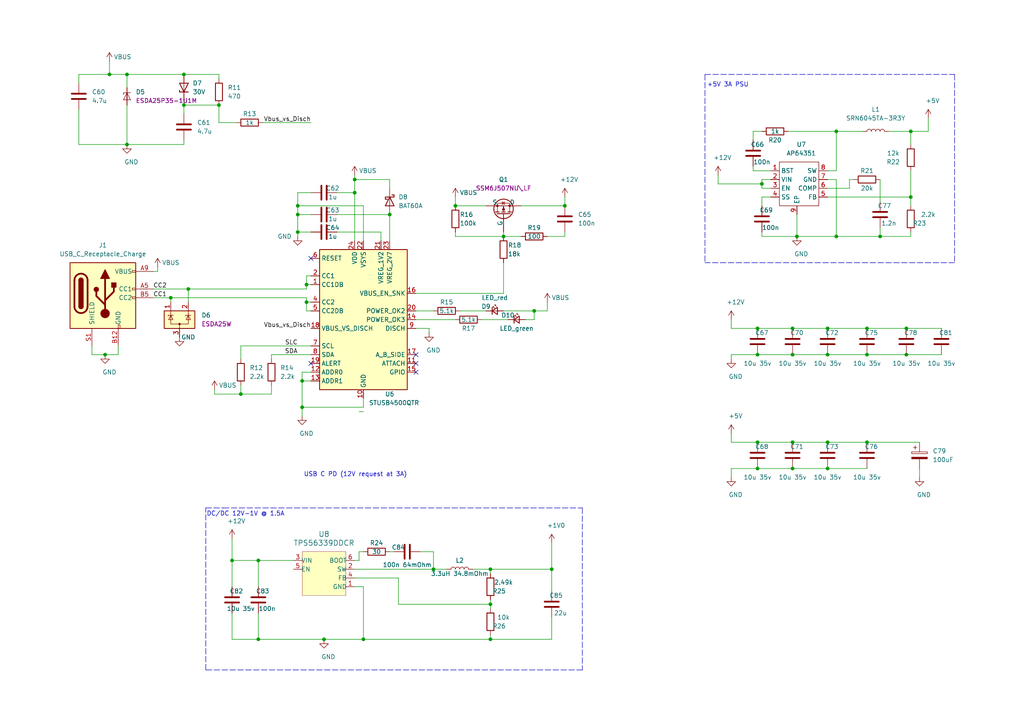
<source format=kicad_sch>
(kicad_sch (version 20211123) (generator eeschema)
  (paper "A4")
  (lib_symbols
    (symbol "CM4_NAS:AP64351"
      (property "Reference" "U" (at 0 8.89 0))
      (property "Value" "AP64351" (at 1.27 6.35 0))
      (symbol "AP64351_0_1"
        (rectangle (start -5.08 5.08) (end 6.35 -7.62))
      )
      (symbol "AP64351_1_1"
        (pin passive line (at -7.62 2.54 0) (length 2.54) (name "BST") (number "1"))
        (pin power_in line (at -7.62 0 0) (length 2.54) (name "VIN") (number "2"))
        (pin input line (at -7.62 -2.54 0) (length 2.54) (name "EN") (number "3"))
        (pin input line (at -7.62 -5.08 0) (length 2.54) (name "SS") (number "4"))
        (pin input line (at 8.89 -5.08 180) (length 2.54) (name "FB") (number "5"))
        (pin input line (at 8.89 -2.54 180) (length 2.54) (name "COMP") (number "6"))
        (pin power_in line (at 8.89 0 180) (length 2.54) (name "GND") (number "7"))
        (pin output line (at 8.89 2.54 180) (length 2.54) (name "SW") (number "8"))
        (pin passive line (at 0 -10.16 90) (length 2.54) (name "EP") (number "9"))
      )
    )
    (symbol "CM4_NAS:ESDA25P35" (pin_numbers hide) (pin_names hide)
      (property "Reference" "D" (at 0 2.54 0))
      (property "MPN" "ESDA25P35" (at 0 -2.54 0))
      (symbol "ESDA25P35_0_1"
        (polyline (pts (xy -1.016 0) (xy 1.016 0)))
        (polyline (pts (xy -1.016 1.016) (xy -1.016 -1.016) (xy -0.508 -1.016)))
        (polyline (pts (xy 1.016 1.016) (xy -1.016 0) (xy 1.016 -1.016) (xy 1.016 1.016)))
      )
      (symbol "ESDA25P35_1_1"
        (pin passive line (at -2.54 0 0) (length 2.54) (name "K1") (number "1"))
        (pin passive line (at 2.54 0 180) (length 2.54) (name "A") (number "2"))
      )
    )
    (symbol "CM4_NAS:ESDA25W" (pin_names hide)
      (property "Reference" "D" (at 5.715 2.54 0))
      (property "MPN" "ESDA25W" (at 10.16 0 0))
      (symbol "ESDA25W_0_0"
        (pin passive line (at 0 -5.08 90) (length 2.54) (name "A") (number "3"))
      )
      (symbol "ESDA25W_0_1"
        (rectangle (start -4.445 2.54) (end 4.445 -2.54) (stroke (width 0.254)) (fill (type background)))
        (circle (center 0 -1.27) (radius 0.254) (fill (type outline)))
        (polyline (pts (xy -2.54 2.54) (xy -2.54 1.27)))
        (polyline (pts (xy 0 -1.27) (xy 0 -2.54)))
        (polyline (pts (xy 2.54 2.54) (xy 2.54 1.27)))
        (polyline (pts (xy -3.302 1.016) (xy -3.302 1.27) (xy -1.905 1.27) (xy -1.778 1.27)))
        (polyline (pts (xy -2.54 1.27) (xy -2.54 -1.27) (xy 2.54 -1.27) (xy 2.54 1.27)))
        (polyline (pts (xy -2.54 1.27) (xy -1.905 0) (xy -3.175 0) (xy -2.54 1.27)))
        (polyline (pts (xy 1.778 1.016) (xy 1.778 1.27) (xy 3.175 1.27) (xy 3.302 1.27)))
        (polyline (pts (xy 2.54 1.27) (xy 1.905 0) (xy 3.175 0) (xy 2.54 1.27)))
      )
      (symbol "ESDA25W_1_1"
        (pin passive line (at -2.54 5.08 270) (length 2.54) (name "K") (number "1"))
        (pin passive line (at 2.54 5.08 270) (length 2.54) (name "K") (number "2"))
      )
    )
    (symbol "CM4_NAS:SSM6J507NU" (pin_numbers hide) (pin_names (offset 0))
      (property "Reference" "Q" (at 5.08 1.27 0))
      (property "MPN" "SSM6J507NU" (at 11.43 -1.27 0))
      (symbol "SSM6J507NU_0_0"
        (pin passive line (at 2.54 5.08 270) (length 5.08) hide (name "D") (number "1"))
        (pin passive line (at 2.54 5.08 270) (length 5.08) hide (name "D") (number "2"))
        (pin passive line (at 2.54 5.08 270) (length 5.08) hide (name "D") (number "6"))
        (pin passive line (at 2.54 5.08 270) (length 5.08) (name "D") (number "D"))
        (pin passive line (at 2.54 -5.08 90) (length 5.08) (name "S") (number "S"))
      )
      (symbol "SSM6J507NU_0_1"
        (polyline (pts (xy 0.0508 0) (xy 0.254 0)))
        (polyline (pts (xy 0.762 -1.778) (xy 2.54 -1.778)))
        (polyline (pts (xy 0.762 -1.27) (xy 0.762 -2.286)) (stroke (width 0.254)))
        (polyline (pts (xy 0.762 0) (xy 2.54 0)))
        (polyline (pts (xy 0.762 0.508) (xy 0.762 -0.508)) (stroke (width 0.254)))
        (polyline (pts (xy 0.762 1.778) (xy 2.54 1.778)))
        (polyline (pts (xy 0.762 2.286) (xy 0.762 1.27)) (stroke (width 0.254)))
        (polyline (pts (xy 2.54 -1.778) (xy 2.54 -2.54)))
        (polyline (pts (xy 2.54 -1.778) (xy 2.54 0)))
        (polyline (pts (xy 2.54 2.54) (xy 2.54 1.778)))
        (polyline (pts (xy 0.254 1.905) (xy 0.254 -1.905) (xy 0.254 -1.905)) (stroke (width 0.254)))
        (polyline (pts (xy 2.286 0) (xy 1.27 -0.381) (xy 1.27 0.381) (xy 2.286 0)) (fill (type outline)))
        (polyline (pts (xy 2.54 -1.778) (xy 3.302 -1.778) (xy 3.302 1.778) (xy 2.54 1.778)))
        (polyline (pts (xy 2.794 -0.508) (xy 2.921 -0.381) (xy 3.683 -0.381) (xy 3.81 -0.254)))
        (polyline (pts (xy 3.302 -0.381) (xy 2.921 0.254) (xy 3.683 0.254) (xy 3.302 -0.381)))
        (circle (center 1.651 0) (radius 2.8194) (stroke (width 0.254)))
        (circle (center 2.54 -1.778) (radius 0.2794) (fill (type outline)))
        (circle (center 2.54 1.778) (radius 0.2794) (fill (type outline)))
      )
      (symbol "SSM6J507NU_1_1"
        (pin input line (at -5.08 0 0) (length 5.08) (name "G") (number "3"))
        (pin passive line (at 2.54 -5.08 90) (length 2.54) hide (name "S") (number "4"))
        (pin passive line (at 2.54 5.08 270) (length 2.54) hide (name "D") (number "5"))
      )
    )
    (symbol "CM4_NAS:TPS56339DDCR" (pin_names (offset -0.254))
      (property "Reference" "U" (at -1.27 10.16 0))
      (property "Value" "TPS56339DDCR" (at 0 7.62 0))
      (symbol "TPS56339DDCR_1_1"
        (rectangle (start -6.35 6.35) (end 6.35 -6.35) (stroke (width 0.001)) (fill (type background)))
        (pin power_in line (at 8.89 -3.81 180) (length 2.54) (name "GND") (number "1"))
        (pin power_in line (at 8.89 1.27 180) (length 2.54) (name "SW") (number "2"))
        (pin power_in line (at -8.89 3.81 0) (length 2.54) (name "VIN") (number "3"))
        (pin input line (at 8.89 -1.27 180) (length 2.54) (name "FB") (number "4"))
        (pin input line (at -8.89 1.27 0) (length 2.54) (name "EN") (number "5"))
        (pin power_in line (at 8.89 3.81 180) (length 2.54) (name "BOOT") (number "6"))
      )
    )
    (symbol "CM4_NAS:USB_C_Receptacle_Charge" (pin_names (offset 1.016))
      (property "Reference" "J?" (at -0.3175 13.97 0))
      (property "Value" "USB_C_Receptacle_Charge" (at -0.3175 11.43 0))
      (symbol "USB_C_Receptacle_Charge_0_0"
        (rectangle (start 3.81 -10.16) (end 4.318 -9.144))
        (rectangle (start 8.89 -1.016) (end 7.874 -1.524))
        (rectangle (start 8.89 1.524) (end 7.874 1.016))
        (rectangle (start 8.89 6.604) (end 7.874 6.096))
      )
      (symbol "USB_C_Receptacle_Charge_0_1"
        (rectangle (start -10.16 8.89) (end 8.89 -10.16) (stroke (width 0.254)) (fill (type background)))
        (arc (start -8.89 -3.81) (mid -6.985 -5.715) (end -5.08 -3.81) (stroke (width 0.508)))
        (arc (start -7.62 -3.81) (mid -6.985 -4.445) (end -6.35 -3.81) (stroke (width 0.254)))
        (arc (start -7.62 -3.81) (mid -6.985 -4.445) (end -6.35 -3.81) (stroke (width 0.254)) (fill (type outline)))
        (rectangle (start -7.62 -3.81) (end -6.35 3.81) (stroke (width 0.254)) (fill (type outline)))
        (arc (start -6.35 3.81) (mid -6.985 4.445) (end -7.62 3.81) (stroke (width 0.254)))
        (arc (start -6.35 3.81) (mid -6.985 4.445) (end -7.62 3.81) (stroke (width 0.254)) (fill (type outline)))
        (arc (start -5.08 3.81) (mid -6.985 5.715) (end -8.89 3.81) (stroke (width 0.508)))
        (circle (center -2.54 1.143) (radius 0.635) (stroke (width 0.254)) (fill (type outline)))
        (circle (center 0 -5.842) (radius 1.27) (fill (type outline)))
        (polyline (pts (xy -8.89 -3.81) (xy -8.89 3.81)) (stroke (width 0.508)))
        (polyline (pts (xy -5.08 3.81) (xy -5.08 -3.81)) (stroke (width 0.508)))
        (polyline (pts (xy 0 -5.842) (xy 0 4.318)) (stroke (width 0.508)))
        (polyline (pts (xy 0 -3.302) (xy -2.54 -0.762) (xy -2.54 0.508)) (stroke (width 0.508)))
        (polyline (pts (xy 0 -2.032) (xy 2.54 0.508) (xy 2.54 1.778)) (stroke (width 0.508)))
        (polyline (pts (xy -1.27 4.318) (xy 0 6.858) (xy 1.27 4.318) (xy -1.27 4.318)) (stroke (width 0.254)) (fill (type outline)))
        (rectangle (start 1.905 1.778) (end 3.175 3.048) (stroke (width 0.254)) (fill (type outline)))
      )
      (symbol "USB_C_Receptacle_Charge_1_1"
        (pin passive line (at 3.81 -15.24 90) (length 5.08) hide (name "GND") (number "A12"))
        (pin bidirectional line (at 13.97 1.27 180) (length 5.08) (name "CC1") (number "A5"))
        (pin passive line (at 13.97 6.35 180) (length 5.08) (name "VBUS") (number "A9"))
        (pin passive line (at 3.81 -15.24 90) (length 5.08) (name "GND") (number "B12"))
        (pin bidirectional line (at 13.97 -1.27 180) (length 5.08) (name "CC2") (number "B5"))
        (pin passive line (at 13.97 6.35 180) (length 5.08) hide (name "VBUS") (number "B9"))
        (pin passive line (at -3.81 -15.24 90) (length 5.08) (name "SHIELD") (number "S1"))
        (pin passive line (at -3.81 -15.24 90) (length 5.08) hide (name "SHIELD") (number "S2"))
        (pin passive line (at -3.81 -15.24 90) (length 5.08) hide (name "SHIELD") (number "S3"))
        (pin passive line (at -3.81 -15.24 90) (length 5.08) hide (name "SHIELD") (number "S4"))
      )
    )
    (symbol "Device:C" (pin_numbers hide) (pin_names (offset 0.254))
      (property "Reference" "C" (at 0.635 2.54 0))
      (property "Value" "C" (at 0.635 -2.54 0))
      (symbol "C_0_1"
        (polyline (pts (xy -2.032 -0.762) (xy 2.032 -0.762)) (stroke (width 0.508)))
        (polyline (pts (xy -2.032 0.762) (xy 2.032 0.762)) (stroke (width 0.508)))
      )
      (symbol "C_1_1"
        (pin passive line (at 0 3.81 270) (length 2.794) (name "~") (number "1"))
        (pin passive line (at 0 -3.81 90) (length 2.794) (name "~") (number "2"))
      )
    )
    (symbol "Device:C_Polarized" (pin_numbers hide) (pin_names (offset 0.254))
      (property "Reference" "C" (at 0.635 2.54 0))
      (property "Value" "C_Polarized" (at 0.635 -2.54 0))
      (symbol "C_Polarized_0_1"
        (rectangle (start -2.286 0.508) (end 2.286 1.016))
        (polyline (pts (xy -1.778 2.286) (xy -0.762 2.286)))
        (polyline (pts (xy -1.27 2.794) (xy -1.27 1.778)))
        (rectangle (start 2.286 -0.508) (end -2.286 -1.016) (fill (type outline)))
      )
      (symbol "C_Polarized_1_1"
        (pin passive line (at 0 3.81 270) (length 2.794) (name "~") (number "1"))
        (pin passive line (at 0 -3.81 90) (length 2.794) (name "~") (number "2"))
      )
    )
    (symbol "Device:D_Zener" (pin_numbers hide) (pin_names (offset 1.016) hide)
      (property "Reference" "D" (at 0 2.54 0))
      (property "Value" "D_Zener" (at 0 -2.54 0))
      (symbol "D_Zener_0_1"
        (polyline (pts (xy 1.27 0) (xy -1.27 0)))
        (polyline (pts (xy -1.27 -1.27) (xy -1.27 1.27) (xy -0.762 1.27)) (stroke (width 0.254)))
        (polyline (pts (xy 1.27 -1.27) (xy 1.27 1.27) (xy -1.27 0) (xy 1.27 -1.27)) (stroke (width 0.254)))
      )
      (symbol "D_Zener_1_1"
        (pin passive line (at -3.81 0 0) (length 2.54) (name "K") (number "1"))
        (pin passive line (at 3.81 0 180) (length 2.54) (name "A") (number "2"))
      )
    )
    (symbol "Device:L" (pin_numbers hide) (pin_names (offset 1.016) hide)
      (property "Reference" "L" (at -1.27 0 90))
      (property "Value" "L" (at 1.905 0 90))
      (symbol "L_0_1"
        (arc (start 0 -2.54) (mid 0.635 -1.905) (end 0 -1.27))
        (arc (start 0 -1.27) (mid 0.635 -0.635) (end 0 0))
        (arc (start 0 0) (mid 0.635 0.635) (end 0 1.27))
        (arc (start 0 1.27) (mid 0.635 1.905) (end 0 2.54))
      )
      (symbol "L_1_1"
        (pin passive line (at 0 3.81 270) (length 1.27) (name "1") (number "1"))
        (pin passive line (at 0 -3.81 90) (length 1.27) (name "2") (number "2"))
      )
    )
    (symbol "Device:LED_Small" (pin_numbers hide) (pin_names (offset 0.254) hide)
      (property "Reference" "D" (at -1.27 3.175 0))
      (property "Value" "LED_Small" (at -4.445 -2.54 0))
      (symbol "LED_Small_0_1"
        (polyline (pts (xy -0.762 -1.016) (xy -0.762 1.016)) (stroke (width 0.254)))
        (polyline (pts (xy 1.016 0) (xy -0.762 0)))
        (polyline (pts (xy 0.762 -1.016) (xy -0.762 0) (xy 0.762 1.016) (xy 0.762 -1.016)) (stroke (width 0.254)))
        (polyline (pts (xy 0 0.762) (xy -0.508 1.27) (xy -0.254 1.27) (xy -0.508 1.27) (xy -0.508 1.016)))
        (polyline (pts (xy 0.508 1.27) (xy 0 1.778) (xy 0.254 1.778) (xy 0 1.778) (xy 0 1.524)))
      )
      (symbol "LED_Small_1_1"
        (pin passive line (at -2.54 0 0) (length 1.778) (name "K") (number "1"))
        (pin passive line (at 2.54 0 180) (length 1.778) (name "A") (number "2"))
      )
    )
    (symbol "Device:R" (pin_numbers hide) (pin_names (offset 0))
      (property "Reference" "R" (at 2.032 0 90))
      (property "Value" "R" (at 0 0 90))
      (symbol "R_0_1"
        (rectangle (start -1.016 -2.54) (end 1.016 2.54) (stroke (width 0.254)))
      )
      (symbol "R_1_1"
        (pin passive line (at 0 3.81 270) (length 1.27) (name "~") (number "1"))
        (pin passive line (at 0 -3.81 90) (length 1.27) (name "~") (number "2"))
      )
    )
    (symbol "Diode:BAT60A" (pin_numbers hide) (pin_names (offset 1.016) hide)
      (property "Reference" "D" (at 0 2.54 0))
      (property "Value" "BAT60A" (at 0 -2.54 0))
      (symbol "BAT60A_0_1"
        (polyline (pts (xy 1.27 0) (xy -1.27 0)))
        (polyline (pts (xy 1.27 1.27) (xy 1.27 -1.27) (xy -1.27 0) (xy 1.27 1.27)) (stroke (width 0.254)))
        (polyline (pts (xy -1.905 0.635) (xy -1.905 1.27) (xy -1.27 1.27) (xy -1.27 -1.27) (xy -0.635 -1.27) (xy -0.635 -0.635)) (stroke (width 0.254)))
      )
      (symbol "BAT60A_1_1"
        (pin passive line (at -3.81 0 0) (length 2.54) (name "K") (number "1"))
        (pin passive line (at 3.81 0 180) (length 2.54) (name "A") (number "2"))
      )
    )
    (symbol "Interface_USB:STUSB4500QTR"
      (property "Reference" "U" (at -12.7 21.59 0))
      (property "Value" "STUSB4500QTR" (at 8.89 -21.59 0))
      (symbol "STUSB4500QTR_0_1"
        (rectangle (start -12.7 20.32) (end 12.7 -20.32) (stroke (width 0.254)) (fill (type background)))
      )
      (symbol "STUSB4500QTR_1_1"
        (pin bidirectional line (at -15.24 10.16 0) (length 2.54) (name "CC1DB") (number "1"))
        (pin power_in line (at 0 -22.86 90) (length 2.54) (name "GND") (number "10"))
        (pin open_collector line (at 15.24 -12.7 180) (length 2.54) (name "ATTACH") (number "11"))
        (pin input line (at -15.24 -15.24 0) (length 2.54) (name "ADDR0") (number "12"))
        (pin input line (at -15.24 -17.78 0) (length 2.54) (name "ADDR1") (number "13"))
        (pin open_collector line (at 15.24 0 180) (length 2.54) (name "POWER_OK3") (number "14"))
        (pin open_collector line (at 15.24 -15.24 180) (length 2.54) (name "GPIO") (number "15"))
        (pin open_collector line (at 15.24 7.62 180) (length 2.54) (name "VBUS_EN_SNK") (number "16"))
        (pin open_collector line (at 15.24 -10.16 180) (length 2.54) (name "A_B_SIDE") (number "17"))
        (pin input line (at -15.24 -2.54 0) (length 2.54) (name "VBUS_VS_DISCH") (number "18"))
        (pin open_collector line (at -15.24 -12.7 0) (length 2.54) (name "ALERT") (number "19"))
        (pin bidirectional line (at -15.24 12.7 0) (length 2.54) (name "CC1") (number "2"))
        (pin open_collector line (at 15.24 2.54 180) (length 2.54) (name "POWER_OK2") (number "20"))
        (pin power_out line (at 5.08 22.86 270) (length 2.54) (name "VREG_1V2") (number "21"))
        (pin power_in line (at 0 22.86 270) (length 2.54) (name "VSYS") (number "22"))
        (pin power_out line (at 7.62 22.86 270) (length 2.54) (name "VREG_2V7") (number "23"))
        (pin power_in line (at -2.54 22.86 270) (length 2.54) (name "VDD") (number "24"))
        (pin passive line (at 0 -22.86 90) (length 2.54) hide (name "GND") (number "25"))
        (pin no_connect line (at -12.7 15.24 0) (length 2.54) hide (name "NC") (number "3"))
        (pin bidirectional line (at -15.24 5.08 0) (length 2.54) (name "CC2") (number "4"))
        (pin bidirectional line (at -15.24 2.54 0) (length 2.54) (name "CC2DB") (number "5"))
        (pin input line (at -15.24 17.78 0) (length 2.54) (name "RESET") (number "6"))
        (pin input line (at -15.24 -7.62 0) (length 2.54) (name "SCL") (number "7"))
        (pin bidirectional line (at -15.24 -10.16 0) (length 2.54) (name "SDA") (number "8"))
        (pin bidirectional line (at 15.24 -2.54 180) (length 2.54) (name "DISCH") (number "9"))
      )
    )
    (symbol "power:+12V" (power) (pin_names (offset 0))
      (property "Value" "+12V" (at 0 3.556 0))
      (symbol "+12V_0_1"
        (polyline (pts (xy -0.762 1.27) (xy 0 2.54)))
        (polyline (pts (xy 0 0) (xy 0 2.54)))
        (polyline (pts (xy 0 2.54) (xy 0.762 1.27)))
      )
      (symbol "+12V_1_1"
        (pin power_in line (at 0 0 90) (length 0) hide (name "+12V") (number "1"))
      )
    )
    (symbol "power:+1V0" (power) (pin_names (offset 0))
      (property "Value" "+1V0" (at 0 3.556 0))
      (symbol "+1V0_0_1"
        (polyline (pts (xy -0.762 1.27) (xy 0 2.54)))
        (polyline (pts (xy 0 0) (xy 0 2.54)))
        (polyline (pts (xy 0 2.54) (xy 0.762 1.27)))
      )
      (symbol "+1V0_1_1"
        (pin power_in line (at 0 0 90) (length 0) hide (name "+1V0") (number "1"))
      )
    )
    (symbol "power:+5V" (power) (pin_names (offset 0))
      (property "Value" "+5V" (at 0 3.556 0))
      (symbol "+5V_0_1"
        (polyline (pts (xy -0.762 1.27) (xy 0 2.54)))
        (polyline (pts (xy 0 0) (xy 0 2.54)))
        (polyline (pts (xy 0 2.54) (xy 0.762 1.27)))
      )
      (symbol "+5V_1_1"
        (pin power_in line (at 0 0 90) (length 0) hide (name "+5V") (number "1"))
      )
    )
    (symbol "power:GND" (power) (pin_names (offset 0))
      (property "Value" "GND" (at 0 -3.81 0))
      (symbol "GND_0_1"
        (polyline (pts (xy 0 0) (xy 0 -1.27) (xy 1.27 -1.27) (xy 0 -2.54) (xy -1.27 -1.27) (xy 0 -1.27)))
      )
      (symbol "GND_1_1"
        (pin power_in line (at 0 0 270) (length 0) hide (name "GND") (number "1"))
      )
    )
    (symbol "power:VBUS" (power) (pin_names (offset 0))
      (property "Value" "VBUS" (at 0 3.81 0))
      (symbol "VBUS_0_1"
        (polyline (pts (xy -0.762 1.27) (xy 0 2.54)))
        (polyline (pts (xy 0 0) (xy 0 2.54)))
        (polyline (pts (xy 0 2.54) (xy 0.762 1.27)))
      )
      (symbol "VBUS_1_1"
        (pin power_in line (at 0 0 90) (length 0) hide (name "VBUS") (number "1"))
      )
    )
  )
  (junction (at 242.57 38.1) (diameter 0.9144))
  (junction (at 142.24 175.26) (diameter 0.9144))
  (junction (at 69.85 114.3) (diameter 0.9144))
  (junction (at 88.9 82.55) (diameter 0.9144))
  (junction (at 102.87 55.88) (diameter 0.9144))
  (junction (at 142.24 165.1) (diameter 0.9144))
  (junction (at 105.41 185.42) (diameter 0.9144))
  (junction (at 264.16 57.15) (diameter 0.9144))
  (junction (at 146.05 68.58) (diameter 0.9144))
  (junction (at 125.73 165.1) (diameter 0.9144))
  (junction (at 219.71 95.25) (diameter 0.9144))
  (junction (at 86.36 62.23) (diameter 0.9144))
  (junction (at 74.93 162.56) (diameter 0.9144))
  (junction (at 86.36 67.31) (diameter 0.9144))
  (junction (at 142.24 185.42) (diameter 0.9144))
  (junction (at 240.03 95.25) (diameter 0.9144))
  (junction (at 30.48 102.87) (diameter 0.9144))
  (junction (at 53.34 21.59) (diameter 0.9144))
  (junction (at 113.03 62.23) (diameter 0.9144))
  (junction (at 31.75 21.59) (diameter 0.9144))
  (junction (at 240.03 135.89) (diameter 0.9144))
  (junction (at 251.46 102.87) (diameter 0.9144))
  (junction (at 229.87 95.25) (diameter 0.9144))
  (junction (at 102.87 52.07) (diameter 0.9144))
  (junction (at 74.93 185.42) (diameter 0.9144))
  (junction (at 251.46 128.27) (diameter 0.9144))
  (junction (at 163.83 59.69) (diameter 0.9144))
  (junction (at 49.53 86.36) (diameter 0.9144))
  (junction (at 154.94 90.17) (diameter 0.9144))
  (junction (at 251.46 95.25) (diameter 0.9144))
  (junction (at 229.87 128.27) (diameter 0.9144))
  (junction (at 86.36 59.69) (diameter 0.9144))
  (junction (at 262.89 95.25) (diameter 0.9144))
  (junction (at 220.98 53.34) (diameter 0.9144))
  (junction (at 87.63 118.11) (diameter 0.9144))
  (junction (at 36.83 41.91) (diameter 0.9144))
  (junction (at 240.03 128.27) (diameter 0.9144))
  (junction (at 264.16 38.1) (diameter 0.9144))
  (junction (at 219.71 135.89) (diameter 0.9144))
  (junction (at 87.63 110.49) (diameter 0.9144))
  (junction (at 219.71 128.27) (diameter 0.9144))
  (junction (at 219.71 102.87) (diameter 0.9144))
  (junction (at 93.98 185.42) (diameter 0.9144))
  (junction (at 255.27 68.58) (diameter 0.9144))
  (junction (at 242.57 68.58) (diameter 0.9144))
  (junction (at 53.34 30.48) (diameter 0.9144))
  (junction (at 229.87 135.89) (diameter 0.9144))
  (junction (at 63.5 30.48) (diameter 0.9144))
  (junction (at 88.9 87.63) (diameter 0.9144))
  (junction (at 240.03 102.87) (diameter 0.9144))
  (junction (at 229.87 102.87) (diameter 0.9144))
  (junction (at 231.14 68.58) (diameter 0.9144))
  (junction (at 132.08 59.69) (diameter 0.9144))
  (junction (at 160.02 165.1) (diameter 0.9144))
  (junction (at 67.31 162.56) (diameter 0.9144))
  (junction (at 36.83 21.59) (diameter 0.9144))
  (junction (at 262.89 102.87) (diameter 0.9144))
  (junction (at 54.61 83.82) (diameter 0.9144))
  (no_connect (at 90.17 74.93))
  (no_connect (at 120.65 102.87))
  (no_connect (at 120.65 105.41))
  (no_connect (at 120.65 107.95))
  (no_connect (at 90.17 105.41))
  (wire (pts (xy 142.24 173.99) (xy 142.24 175.26)))
  (wire (pts (xy 142.24 175.26) (xy 142.24 176.53)))
  (wire (pts (xy 120.65 90.17) (xy 125.73 90.17)))
  (wire (pts (xy 139.7 92.71) (xy 147.32 92.71)))
  (wire (pts (xy 242.57 68.58) (xy 231.14 68.58)))
  (wire (pts (xy 113.03 160.02) (xy 114.3 160.02)))
  (wire (pts (xy 229.87 128.27) (xy 240.03 128.27)))
  (wire (pts (xy 219.71 128.27) (xy 229.87 128.27)))
  (wire (pts (xy 87.63 110.49) (xy 87.63 107.95)))
  (wire (pts (xy 264.16 67.31) (xy 264.16 68.58)))
  (wire (pts (xy 26.67 102.87) (xy 30.48 102.87)))
  (wire (pts (xy 86.36 67.31) (xy 86.36 62.23)))
  (wire (pts (xy 63.5 35.56) (xy 63.5 30.48)))
  (wire (pts (xy 88.9 83.82) (xy 88.9 82.55)))
  (wire (pts (xy 44.45 78.74) (xy 45.72 78.74)))
  (wire (pts (xy 262.89 95.25) (xy 273.05 95.25)))
  (wire (pts (xy 78.74 114.3) (xy 69.85 114.3)))
  (wire (pts (xy 78.74 102.87) (xy 90.17 102.87)))
  (wire (pts (xy 212.09 95.25) (xy 219.71 95.25)))
  (wire (pts (xy 104.14 119.38) (xy 105.41 119.38)))
  (wire (pts (xy 88.9 90.17) (xy 88.9 87.63)))
  (wire (pts (xy 102.87 165.1) (xy 125.73 165.1)))
  (wire (pts (xy 125.73 165.1) (xy 129.54 165.1)))
  (wire (pts (xy 219.71 102.87) (xy 212.09 102.87)))
  (wire (pts (xy 242.57 68.58) (xy 255.27 68.58)))
  (wire (pts (xy 251.46 128.27) (xy 266.7 128.27)))
  (wire (pts (xy 133.35 90.17) (xy 140.97 90.17)))
  (wire (pts (xy 53.34 29.21) (xy 53.34 30.48)))
  (wire (pts (xy 49.53 86.36) (xy 88.9 86.36)))
  (wire (pts (xy 146.05 68.58) (xy 151.13 68.58)))
  (wire (pts (xy 63.5 21.59) (xy 63.5 22.86)))
  (wire (pts (xy 22.86 31.75) (xy 22.86 41.91)))
  (polyline (pts (xy 276.86 76.2) (xy 204.47 76.2)) (stroke (width 0) (type dash)))
  (wire (pts (xy 251.46 95.25) (xy 262.89 95.25)))
  (wire (pts (xy 102.87 55.88) (xy 102.87 69.85)))
  (wire (pts (xy 242.57 38.1) (xy 250.19 38.1)))
  (wire (pts (xy 22.86 24.13) (xy 22.86 21.59)))
  (wire (pts (xy 269.24 34.29) (xy 269.24 38.1)))
  (wire (pts (xy 240.03 135.89) (xy 251.46 135.89)))
  (wire (pts (xy 212.09 125.73) (xy 212.09 128.27)))
  (wire (pts (xy 219.71 135.89) (xy 212.09 135.89)))
  (wire (pts (xy 240.03 102.87) (xy 229.87 102.87)))
  (wire (pts (xy 88.9 86.36) (xy 88.9 87.63)))
  (wire (pts (xy 62.23 114.3) (xy 69.85 114.3)))
  (wire (pts (xy 163.83 68.58) (xy 163.83 67.31)))
  (wire (pts (xy 132.08 67.31) (xy 132.08 68.58)))
  (wire (pts (xy 102.87 52.07) (xy 102.87 55.88)))
  (wire (pts (xy 74.93 162.56) (xy 85.09 162.56)))
  (polyline (pts (xy 204.47 21.59) (xy 276.86 21.59)) (stroke (width 0) (type dash)))
  (wire (pts (xy 102.87 167.64) (xy 115.57 167.64)))
  (wire (pts (xy 115.57 167.64) (xy 115.57 175.26)))
  (wire (pts (xy 115.57 175.26) (xy 142.24 175.26)))
  (wire (pts (xy 110.49 67.31) (xy 97.79 67.31)))
  (wire (pts (xy 120.65 85.09) (xy 146.05 85.09)))
  (wire (pts (xy 36.83 30.48) (xy 36.83 41.91)))
  (wire (pts (xy 121.92 160.02) (xy 125.73 160.02)))
  (wire (pts (xy 125.73 160.02) (xy 125.73 165.1)))
  (wire (pts (xy 218.44 40.64) (xy 218.44 38.1)))
  (wire (pts (xy 255.27 66.04) (xy 255.27 68.58)))
  (wire (pts (xy 240.03 95.25) (xy 251.46 95.25)))
  (polyline (pts (xy 204.47 21.59) (xy 204.47 76.2)) (stroke (width 0) (type dash)))
  (wire (pts (xy 30.48 102.87) (xy 34.29 102.87)))
  (wire (pts (xy 154.94 90.17) (xy 154.94 92.71)))
  (wire (pts (xy 87.63 118.11) (xy 105.41 118.11)))
  (wire (pts (xy 212.09 92.71) (xy 212.09 95.25)))
  (wire (pts (xy 273.05 102.87) (xy 262.89 102.87)))
  (wire (pts (xy 34.29 102.87) (xy 34.29 100.33)))
  (wire (pts (xy 88.9 80.01) (xy 88.9 82.55)))
  (wire (pts (xy 218.44 49.53) (xy 218.44 48.26)))
  (wire (pts (xy 67.31 177.8) (xy 67.31 185.42)))
  (wire (pts (xy 67.31 185.42) (xy 74.93 185.42)))
  (wire (pts (xy 74.93 185.42) (xy 93.98 185.42)))
  (wire (pts (xy 229.87 95.25) (xy 240.03 95.25)))
  (wire (pts (xy 86.36 59.69) (xy 105.41 59.69)))
  (wire (pts (xy 220.98 67.31) (xy 220.98 68.58)))
  (wire (pts (xy 208.28 53.34) (xy 220.98 53.34)))
  (wire (pts (xy 67.31 162.56) (xy 74.93 162.56)))
  (wire (pts (xy 67.31 170.18) (xy 67.31 162.56)))
  (wire (pts (xy 223.52 54.61) (xy 220.98 54.61)))
  (wire (pts (xy 53.34 40.64) (xy 53.34 41.91)))
  (wire (pts (xy 212.09 102.87) (xy 212.09 104.14)))
  (wire (pts (xy 220.98 52.07) (xy 223.52 52.07)))
  (wire (pts (xy 158.75 87.63) (xy 158.75 90.17)))
  (wire (pts (xy 69.85 114.3) (xy 69.85 111.76)))
  (wire (pts (xy 53.34 41.91) (xy 36.83 41.91)))
  (wire (pts (xy 142.24 165.1) (xy 160.02 165.1)))
  (wire (pts (xy 160.02 165.1) (xy 160.02 171.45)))
  (wire (pts (xy 154.94 92.71) (xy 152.4 92.71)))
  (wire (pts (xy 74.93 162.56) (xy 74.93 170.18)))
  (wire (pts (xy 158.75 68.58) (xy 163.83 68.58)))
  (wire (pts (xy 90.17 90.17) (xy 88.9 90.17)))
  (wire (pts (xy 229.87 102.87) (xy 219.71 102.87)))
  (wire (pts (xy 53.34 30.48) (xy 63.5 30.48)))
  (wire (pts (xy 44.45 86.36) (xy 49.53 86.36)))
  (wire (pts (xy 49.53 86.36) (xy 49.53 87.63)))
  (wire (pts (xy 240.03 57.15) (xy 264.16 57.15)))
  (wire (pts (xy 54.61 83.82) (xy 54.61 87.63)))
  (wire (pts (xy 212.09 135.89) (xy 212.09 138.43)))
  (wire (pts (xy 78.74 104.14) (xy 78.74 102.87)))
  (wire (pts (xy 132.08 68.58) (xy 146.05 68.58)))
  (wire (pts (xy 90.17 110.49) (xy 87.63 110.49)))
  (wire (pts (xy 229.87 135.89) (xy 240.03 135.89)))
  (wire (pts (xy 124.46 95.25) (xy 124.46 96.52)))
  (wire (pts (xy 68.58 35.56) (xy 63.5 35.56)))
  (wire (pts (xy 62.23 113.03) (xy 62.23 114.3)))
  (polyline (pts (xy 276.86 21.59) (xy 276.86 76.2)) (stroke (width 0) (type dash)))
  (wire (pts (xy 22.86 41.91) (xy 36.83 41.91)))
  (wire (pts (xy 120.65 95.25) (xy 124.46 95.25)))
  (wire (pts (xy 262.89 102.87) (xy 251.46 102.87)))
  (wire (pts (xy 31.75 21.59) (xy 31.75 17.78)))
  (wire (pts (xy 36.83 21.59) (xy 31.75 21.59)))
  (wire (pts (xy 76.2 35.56) (xy 90.17 35.56)))
  (wire (pts (xy 86.36 62.23) (xy 90.17 62.23)))
  (wire (pts (xy 105.41 170.18) (xy 102.87 170.18)))
  (wire (pts (xy 105.41 185.42) (xy 105.41 170.18)))
  (wire (pts (xy 142.24 184.15) (xy 142.24 185.42)))
  (wire (pts (xy 142.24 185.42) (xy 105.41 185.42)))
  (wire (pts (xy 242.57 49.53) (xy 240.03 49.53)))
  (wire (pts (xy 146.05 67.31) (xy 146.05 68.58)))
  (wire (pts (xy 264.16 38.1) (xy 264.16 41.91)))
  (polyline (pts (xy 59.69 147.32) (xy 64.77 147.32)) (stroke (width 0) (type dash)))
  (polyline (pts (xy 59.69 194.31) (xy 59.69 147.32)) (stroke (width 0) (type dash)))
  (polyline (pts (xy 64.77 147.32) (xy 168.91 147.32)) (stroke (width 0) (type dash)))
  (polyline (pts (xy 168.91 147.32) (xy 168.91 194.31)) (stroke (width 0) (type dash)))
  (polyline (pts (xy 168.91 194.31) (xy 59.69 194.31)) (stroke (width 0) (type dash)))
  (wire (pts (xy 36.83 21.59) (xy 53.34 21.59)))
  (wire (pts (xy 53.34 21.59) (xy 63.5 21.59)))
  (wire (pts (xy 87.63 110.49) (xy 87.63 118.11)))
  (wire (pts (xy 88.9 80.01) (xy 90.17 80.01)))
  (wire (pts (xy 69.85 100.33) (xy 69.85 104.14)))
  (wire (pts (xy 257.81 38.1) (xy 264.16 38.1)))
  (wire (pts (xy 110.49 69.85) (xy 110.49 67.31)))
  (wire (pts (xy 151.13 59.69) (xy 163.83 59.69)))
  (wire (pts (xy 86.36 67.31) (xy 90.17 67.31)))
  (wire (pts (xy 212.09 128.27) (xy 219.71 128.27)))
  (wire (pts (xy 142.24 165.1) (xy 142.24 166.37)))
  (wire (pts (xy 86.36 68.58) (xy 86.36 67.31)))
  (wire (pts (xy 22.86 21.59) (xy 31.75 21.59)))
  (wire (pts (xy 102.87 52.07) (xy 113.03 52.07)))
  (wire (pts (xy 220.98 57.15) (xy 223.52 57.15)))
  (wire (pts (xy 163.83 57.15) (xy 163.83 59.69)))
  (wire (pts (xy 86.36 59.69) (xy 86.36 55.88)))
  (wire (pts (xy 264.16 68.58) (xy 255.27 68.58)))
  (wire (pts (xy 264.16 49.53) (xy 264.16 57.15)))
  (wire (pts (xy 88.9 87.63) (xy 90.17 87.63)))
  (wire (pts (xy 219.71 95.25) (xy 229.87 95.25)))
  (wire (pts (xy 266.7 135.89) (xy 266.7 138.43)))
  (wire (pts (xy 78.74 111.76) (xy 78.74 114.3)))
  (wire (pts (xy 231.14 68.58) (xy 231.14 62.23)))
  (wire (pts (xy 223.52 49.53) (xy 218.44 49.53)))
  (wire (pts (xy 132.08 57.15) (xy 132.08 59.69)))
  (wire (pts (xy 45.72 78.74) (xy 45.72 77.47)))
  (wire (pts (xy 54.61 83.82) (xy 88.9 83.82)))
  (wire (pts (xy 86.36 62.23) (xy 86.36 59.69)))
  (wire (pts (xy 220.98 59.69) (xy 220.98 57.15)))
  (wire (pts (xy 93.98 185.42) (xy 105.41 185.42)))
  (wire (pts (xy 102.87 162.56) (xy 104.14 162.56)))
  (wire (pts (xy 104.14 160.02) (xy 105.41 160.02)))
  (wire (pts (xy 104.14 162.56) (xy 104.14 160.02)))
  (wire (pts (xy 67.31 156.21) (xy 67.31 162.56)))
  (wire (pts (xy 142.24 185.42) (xy 160.02 185.42)))
  (wire (pts (xy 160.02 185.42) (xy 160.02 179.07)))
  (wire (pts (xy 220.98 54.61) (xy 220.98 53.34)))
  (wire (pts (xy 44.45 83.82) (xy 54.61 83.82)))
  (wire (pts (xy 90.17 82.55) (xy 88.9 82.55)))
  (wire (pts (xy 146.05 90.17) (xy 154.94 90.17)))
  (wire (pts (xy 220.98 68.58) (xy 231.14 68.58)))
  (wire (pts (xy 219.71 135.89) (xy 229.87 135.89)))
  (wire (pts (xy 160.02 157.48) (xy 160.02 165.1)))
  (wire (pts (xy 158.75 90.17) (xy 154.94 90.17)))
  (wire (pts (xy 142.24 165.1) (xy 137.16 165.1)))
  (wire (pts (xy 218.44 38.1) (xy 220.98 38.1)))
  (wire (pts (xy 240.03 54.61) (xy 246.38 54.61)))
  (wire (pts (xy 220.98 53.34) (xy 220.98 52.07)))
  (wire (pts (xy 208.28 50.8) (xy 208.28 53.34)))
  (wire (pts (xy 90.17 100.33) (xy 69.85 100.33)))
  (wire (pts (xy 146.05 85.09) (xy 146.05 76.2)))
  (wire (pts (xy 97.79 62.23) (xy 113.03 62.23)))
  (wire (pts (xy 120.65 92.71) (xy 132.08 92.71)))
  (wire (pts (xy 113.03 54.61) (xy 113.03 52.07)))
  (wire (pts (xy 97.79 55.88) (xy 102.87 55.88)))
  (wire (pts (xy 228.6 38.1) (xy 242.57 38.1)))
  (wire (pts (xy 242.57 38.1) (xy 242.57 49.53)))
  (wire (pts (xy 242.57 52.07) (xy 242.57 68.58)))
  (wire (pts (xy 53.34 30.48) (xy 53.34 33.02)))
  (wire (pts (xy 269.24 38.1) (xy 264.16 38.1)))
  (wire (pts (xy 255.27 52.07) (xy 255.27 58.42)))
  (wire (pts (xy 246.38 54.61) (xy 246.38 52.07)))
  (wire (pts (xy 240.03 128.27) (xy 251.46 128.27)))
  (wire (pts (xy 105.41 115.57) (xy 105.41 118.11)))
  (wire (pts (xy 87.63 107.95) (xy 90.17 107.95)))
  (wire (pts (xy 26.67 100.33) (xy 26.67 102.87)))
  (wire (pts (xy 36.83 25.4) (xy 36.83 21.59)))
  (wire (pts (xy 87.63 118.11) (xy 87.63 120.65)))
  (wire (pts (xy 86.36 55.88) (xy 90.17 55.88)))
  (wire (pts (xy 264.16 57.15) (xy 264.16 59.69)))
  (wire (pts (xy 246.38 52.07) (xy 247.65 52.07)))
  (wire (pts (xy 113.03 62.23) (xy 113.03 69.85)))
  (wire (pts (xy 102.87 50.8) (xy 102.87 52.07)))
  (wire (pts (xy 251.46 102.87) (xy 240.03 102.87)))
  (wire (pts (xy 240.03 52.07) (xy 242.57 52.07)))
  (wire (pts (xy 74.93 177.8) (xy 74.93 185.42)))
  (wire (pts (xy 105.41 69.85) (xy 105.41 59.69)))
  (wire (pts (xy 132.08 59.69) (xy 140.97 59.69)))
  (text "USB C PD (12V request at 3A)\n" (at 118.11 138.43 180) (effects (font (size 1.27 1.27)) (justify right bottom)))
  (text "DC/DC 12V-1V @ 1.5A" (at 82.55 149.86 180) (effects (font (size 1.27 1.27)) (justify right bottom)))
  (text "+5V 3A PSU" (at 217.17 25.4 180) (effects (font (size 1.27 1.27)) (justify right bottom)))
  (label "SDA" (at 86.36 102.87 180))
  (label "Vbus_vs_Disch" (at 90.17 95.25 180))
  (label "SLC" (at 86.36 100.33 180))
  (label "Vbus_vs_Disch" (at 90.17 35.56 180))
  (label "CC1" (at 44.45 86.36 0))
  (label "CC2" (at 44.45 83.82 0))
  (symbol (lib_id "Device:R") (at 78.74 107.95 0) (unit 1)
    (property "Reference" "R14" (at 81.28 106.68 0) (effects (justify left)))
    (property "Value" "2.2k" (at 81.28 109.22 0) (effects (justify left)))
    (property "Footprint" "Resistor_SMD:R_0402_1005Metric" (effects hide))
    (property "MFR" "Yageo" (effects hide))
    (property "MPN" "RC0402FR-132K2L" (effects hide))
  )
  (symbol (lib_id "power:GND") (at 231.14 68.58 0) (unit 1)
    (property "Reference" "#PWR0156" (effects hide))
    (property "Value" "GND" (at 232.41 73.66 0))
  )
  (symbol (lib_id "power:GND") (at 124.46 96.52 0) (unit 1)
    (property "Reference" "#PWR0146" (effects hide))
    (property "Value" "GND" (at 125.73 101.6 0))
  )
  (symbol (lib_id "Device:R") (at 132.08 63.5 0) (unit 1)
    (property "Reference" "R16" (at 133.35 62.23 0) (effects (justify left)))
    (property "Value" "100k" (at 133.35 64.77 0) (effects (justify left)))
    (property "Footprint" "Resistor_SMD:R_0402_1005Metric" (effects hide))
    (property "MFR" "Bourns" (effects hide))
    (property "MPN" "CR0402-FX-1003GLF" (effects hide))
  )
  (symbol (lib_id "Interface_USB:STUSB4500QTR") (at 105.41 92.71 0) (unit 1)
    (property "Reference" "U6" (at 113.03 114.3 0))
    (property "Value" "STUSB4500QTR" (at 114.3 116.84 0))
    (property "Footprint" "Package_DFN_QFN:QFN-24-1EP_4x4mm_P0.5mm_EP2.7x2.7mm" (effects hide))
    (property "Datasheet" "https://www.st.com/resource/en/datasheet/stusb4500.pdf" (effects hide))
    (property "MFR" "STMicroelectronics " (effects hide))
    (property "MPN" "STUSB4500QTR " (effects hide))
  )
  (symbol (lib_id "power:GND") (at 30.48 102.87 0) (unit 1)
    (property "Reference" "#PWR0149" (effects hide))
    (property "Value" "GND" (at 31.75 107.95 0))
  )
  (symbol (lib_id "power:VBUS") (at 62.23 113.03 0) (unit 1)
    (property "Reference" "#PWR0144" (effects hide))
    (property "Value" "VBUS" (at 66.04 111.76 0))
  )
  (symbol (lib_id "power:VBUS") (at 132.08 57.15 0) (unit 1)
    (property "Reference" "#PWR0153" (effects hide))
    (property "Value" "VBUS" (at 135.89 55.88 0))
  )
  (symbol (lib_id "power:GND") (at 212.09 138.43 0) (unit 1)
    (property "Reference" "#PWR0159" (effects hide))
    (property "Value" "GND" (at 213.36 143.51 0))
  )
  (symbol (lib_id "power:+12V") (at 67.31 156.21 0) (unit 1)
    (property "Reference" "#PWR0177" (effects hide))
    (property "Value" "+12V" (at 68.58 151.13 0))
  )
  (symbol (lib_id "Device:C") (at 53.34 36.83 0) (unit 1)
    (property "Reference" "C61" (at 57.15 35.56 0) (effects (justify left)))
    (property "Value" "4.7u" (at 57.15 38.1 0) (effects (justify left)))
    (property "Footprint" "Capacitor_SMD:C_0603_1608Metric" (effects hide))
    (property "MFR" "Samsung" (effects hide))
    (property "MPN" "CL10A475KO8NNNC" (effects hide))
  )
  (symbol (lib_id "CM4_NAS:SSM6J507NU") (at 146.05 62.23 270) (mirror x) (unit 1)
    (property "Reference" "Q1" (at 146.05 52.07 90))
    (property "Value" "SSM6J507NU" (effects hide))
    (property "Footprint" "CM4+NAS:UDFN6B" (effects hide))
    (property "MPN" "SSM6J507NU\\,LF" (at 146.05 54.61 90))
    (property "MFR" "Toshiba" (effects hide))
  )
  (symbol (lib_id "power:VBUS") (at 45.72 77.47 0) (unit 1)
    (property "Reference" "#PWR0147" (effects hide))
    (property "Value" "VBUS" (at 49.53 76.2 0))
  )
  (symbol (lib_id "Device:L") (at 254 38.1 90) (unit 1)
    (property "Reference" "L1" (at 254 31.75 90))
    (property "Value" "SRN6045TA-3R3Y" (at 254 34.29 90))
    (property "Footprint" "Inductor_SMD:L_Bourns_SRN6045TA" (effects hide))
    (property "MFR" "Bourns" (effects hide))
    (property "MPN" "SRN6045TA-3R3Y" (effects hide))
  )
  (symbol (lib_id "Device:C") (at 163.83 63.5 0) (unit 1)
    (property "Reference" "C65" (at 167.64 62.23 0) (effects (justify left)))
    (property "Value" "100n" (at 167.64 64.77 0) (effects (justify left)))
    (property "Footprint" "Capacitor_SMD:C_0402_1005Metric" (effects hide))
    (property "MFR" "Murata" (effects hide))
    (property "MPN" "GCM155R71C104KA55D" (effects hide))
  )
  (symbol (lib_id "Device:L") (at 133.35 165.1 90) (unit 1)
    (property "Reference" "L2" (at 133.35 162.56 90))
    (property "Value" "3.3uH 34.8mOhm" (at 133.35 166.37 90))
    (property "Footprint" "Inductor_SMD:L_Coilcraft_XxL4020" (effects hide))
    (property "MFR" "Coilcraft" (effects hide))
    (property "MPN" "XFL4020-332MEB" (effects hide))
  )
  (symbol (lib_id "Diode:BAT60A") (at 113.03 58.42 270) (unit 1)
    (property "Reference" "D8" (at 115.57 57.15 90) (effects (justify left)))
    (property "Value" "BAT60A" (at 115.57 59.69 90) (effects (justify left)))
    (property "Footprint" "Diode_SMD:D_SOD-323" (effects hide))
    (property "Datasheet" "https://www.infineon.com/dgdl/Infineon-BAT60ASERIES-DS-v01_01-en.pdf?fileId=db3a304313d846880113def70c9304a9" (effects hide))
    (property "MFR" "Infineon\\ Technologies" (effects hide))
    (property "MPN" "BAT\\ 60A\\ E6327" (effects hide))
    (property "SPN" "726-BAT60AE6327" (effects hide))
  )
  (symbol (lib_id "Device:C") (at 229.87 99.06 180) (unit 1)
    (property "Reference" "C70" (at 231.14 96.52 0))
    (property "Value" "10u 35v" (at 229.87 105.41 0))
    (property "Footprint" "Capacitor_SMD:C_0805_2012Metric" (effects hide))
    (property "MFR" "TDK" (effects hide))
    (property "MPN" "C2012X5R1V106M085AC" (effects hide))
  )
  (symbol (lib_id "Device:C") (at 251.46 99.06 180) (unit 1)
    (property "Reference" "C75" (at 252.73 96.52 0))
    (property "Value" "10u 35v" (at 251.46 105.41 0))
    (property "Footprint" "Capacitor_SMD:C_0805_2012Metric" (effects hide))
    (property "MFR" "TDK" (effects hide))
    (property "MPN" "C2012X5R1V106M085AC" (effects hide))
  )
  (symbol (lib_id "Device:C") (at 118.11 160.02 270) (unit 1)
    (property "Reference" "C84" (at 115.57 158.75 90))
    (property "Value" "100n 64mOhm" (at 118.11 163.83 90))
    (property "Footprint" "Capacitor_SMD:C_0402_1005Metric" (effects hide))
    (property "MFR" "TDK" (effects hide))
    (property "MPN" "CGA2B3X7R1H104K050BB " (effects hide))
  )
  (symbol (lib_id "Device:C") (at 67.31 173.99 180) (unit 1)
    (property "Reference" "C82" (at 68.58 171.45 0))
    (property "Value" "10u 35v" (at 69.85 176.53 0))
    (property "Footprint" "Capacitor_SMD:C_0603_1608Metric" (effects hide))
    (property "MFR" "TDK" (effects hide))
    (property "MPN" "C2012X5R1V106M085AC" (effects hide))
  )
  (symbol (lib_id "power:GND") (at 87.63 120.65 0) (unit 1)
    (property "Reference" "#PWR0143" (effects hide))
    (property "Value" "GND" (at 88.9 125.73 0))
  )
  (symbol (lib_id "Device:R") (at 69.85 107.95 0) (unit 1)
    (property "Reference" "R12" (at 72.39 106.68 0) (effects (justify left)))
    (property "Value" "2.2k" (at 72.39 109.22 0) (effects (justify left)))
    (property "Footprint" "Resistor_SMD:R_0402_1005Metric" (effects hide))
    (property "MFR" "Yageo" (effects hide))
    (property "MPN" "RC0402FR-132K2L" (effects hide))
  )
  (symbol (lib_id "power:GND") (at 93.98 185.42 0) (unit 1)
    (property "Reference" "#PWR0176" (effects hide))
    (property "Value" "GND" (at 95.25 190.5 0))
  )
  (symbol (lib_id "power:+1V0") (at 160.02 157.48 0) (unit 1)
    (property "Reference" "#PWR0178" (effects hide))
    (property "Value" "+1V0" (at 161.29 152.4 0))
  )
  (symbol (lib_id "power:+12V") (at 208.28 50.8 0) (unit 1)
    (property "Reference" "#PWR0158" (effects hide))
    (property "Value" "+12V" (at 209.55 45.72 0))
  )
  (symbol (lib_id "Device:R") (at 142.24 170.18 180) (unit 1)
    (property "Reference" "R25" (at 144.78 171.45 0))
    (property "Value" "2.49k" (at 146.05 168.91 0))
    (property "Footprint" "Resistor_SMD:R_0402_1005Metric" (effects hide))
    (property "MFR" "Yageo" (effects hide))
    (property "MPN" "RC0402FR-072K49L" (effects hide))
  )
  (symbol (lib_id "CM4_NAS:USB_C_Receptacle_Charge") (at 30.48 85.09 0) (unit 1)
    (property "Reference" "J1" (at 29.845 71.12 0))
    (property "Value" "USB_C_Receptacle_Charge" (at 29.845 73.66 0))
    (property "Footprint" "CM4+NAS:GCT_USB4140-GF-0070-C_REV0.4" (effects hide))
    (property "Datasheet" "https://www.usb.org/sites/default/files/documents/usb_type-c.zip" (effects hide))
  )
  (symbol (lib_id "power:GND") (at 266.7 138.43 0) (unit 1)
    (property "Reference" "#PWR0163" (effects hide))
    (property "Value" "GND" (at 267.97 143.51 0))
  )
  (symbol (lib_id "Device:R") (at 142.24 180.34 180) (unit 1)
    (property "Reference" "R26" (at 144.78 181.61 0))
    (property "Value" "10k" (at 146.05 179.07 0))
    (property "Footprint" "Resistor_SMD:R_0402_1005Metric" (effects hide))
    (property "MFR" "Yageo" (effects hide))
    (property "MPN" "RC0402FR-0710KP" (effects hide))
  )
  (symbol (lib_id "Device:C") (at 255.27 62.23 180) (unit 1)
    (property "Reference" "C77" (at 256.54 59.69 0))
    (property "Value" "1.2n" (at 257.81 64.77 0))
    (property "Footprint" "Capacitor_SMD:C_0402_1005Metric" (effects hide))
    (property "MFR" "AVX" (effects hide))
    (property "MPN" "0402YC122MAT2A" (effects hide))
  )
  (symbol (lib_id "power:GND") (at 212.09 104.14 0) (unit 1)
    (property "Reference" "#PWR0161" (effects hide))
    (property "Value" "GND" (at 213.36 109.22 0))
  )
  (symbol (lib_id "Device:R") (at 251.46 52.07 270) (unit 1)
    (property "Reference" "R21" (at 251.46 49.53 90))
    (property "Value" "20k" (at 251.46 54.61 90))
    (property "Footprint" "Resistor_SMD:R_0402_1005Metric" (effects hide))
    (property "MFR" "Yageo" (effects hide))
    (property "MPN" "RC0402FR-7D20KL" (effects hide))
  )
  (symbol (lib_id "Device:C") (at 160.02 175.26 180) (unit 1)
    (property "Reference" "C85" (at 161.29 172.72 0))
    (property "Value" "22u" (at 162.56 177.8 0))
    (property "Footprint" "Capacitor_SMD:C_0805_2012Metric" (effects hide))
    (property "MFR" "Samsung" (effects hide))
    (property "MPN" "CL21A226MQQNNNG" (effects hide))
  )
  (symbol (lib_id "Device:C") (at 273.05 99.06 180) (unit 1)
    (property "Reference" "C81" (at 274.32 96.52 0))
    (property "Value" "10u 35v" (at 273.05 105.41 0))
    (property "Footprint" "Capacitor_SMD:C_0805_2012Metric" (effects hide))
    (property "MFR" "TDK" (effects hide))
    (property "MPN" "C2012X5R1V106M085AC" (effects hide))
  )
  (symbol (lib_id "power:+12V") (at 212.09 92.71 0) (unit 1)
    (property "Reference" "#PWR0157" (effects hide))
    (property "Value" "+12V" (at 213.36 87.63 0))
  )
  (symbol (lib_id "power:GND") (at 36.83 41.91 0) (unit 1)
    (property "Reference" "#PWR0151" (effects hide))
    (property "Value" "GND" (at 38.1 46.99 0))
  )
  (symbol (lib_id "CM4_NAS:TPS56339DDCR") (at 93.98 166.37 0) (unit 1)
    (property "Reference" "U8" (at 93.98 154.94 0) (effects (font (size 1.524 1.524))))
    (property "Value" "TPS56339DDCR" (at 93.98 157.48 0) (effects (font (size 1.524 1.524))))
    (property "Footprint" "CM4+NAS:TPS56339DDCR" (effects hide))
    (property "MFR" "TI" (effects hide))
    (property "MPN" "TPS56339DDCR " (effects hide))
  )
  (symbol (lib_id "power:+5V") (at 269.24 34.29 0) (unit 1)
    (property "Reference" "#PWR0162" (effects hide))
    (property "Value" "+5V" (at 270.51 29.21 0))
  )
  (symbol (lib_id "CM4_NAS:ESDA25W") (at 52.07 92.71 0) (unit 1)
    (property "Reference" "D6" (at 58.42 91.44 0) (effects (justify left)))
    (property "Value" "ESDA25W" (effects hide))
    (property "Footprint" "Package_TO_SOT_SMD:SOT-323_SC-70" (effects hide))
    (property "Datasheet" "http://www.littelfuse.com/~/media/files/littelfuse/technical%20resources/documents/data%20sheets/sp05xxba.pdf" (effects hide))
    (property "MPN" "ESDA25W" (at 58.42 93.98 0) (effects (justify left)))
    (property "MFR" "STMicroelectronics " (effects hide))
    (property "SPN" "511-ESDA25W" (effects hide))
  )
  (symbol (lib_id "Device:R") (at 129.54 90.17 90) (unit 1)
    (property "Reference" "R15" (at 129.54 87.63 90))
    (property "Value" "5.1k" (at 129.54 90.17 90))
    (property "Footprint" "Resistor_SMD:R_0402_1005Metric" (effects hide))
    (property "MFR" "Yageo" (effects hide))
    (property "MPN" "RC0402FR-135K1L" (effects hide))
  )
  (symbol (lib_id "Device:C") (at 251.46 132.08 180) (unit 1)
    (property "Reference" "C76" (at 252.73 129.54 0))
    (property "Value" "10u 35v" (at 251.46 138.43 0))
    (property "Footprint" "Capacitor_SMD:C_0805_2012Metric" (effects hide))
    (property "MFR" "TDK" (effects hide))
    (property "MPN" "C2012X5R1V106M085AC" (effects hide))
  )
  (symbol (lib_id "Device:LED_Small") (at 149.86 92.71 0) (unit 1)
    (property "Reference" "D10" (at 147.32 91.44 0))
    (property "Value" "LED_green" (at 149.86 95.25 0))
    (property "Footprint" "LED_SMD:LED_0603_1608Metric" (effects hide))
    (property "MFR" "Kingbright" (effects hide))
    (property "MPN" "APTD1608LCGCK" (effects hide))
  )
  (symbol (lib_id "Device:C") (at 218.44 44.45 180) (unit 1)
    (property "Reference" "C66" (at 219.71 41.91 0))
    (property "Value" "100n" (at 220.98 46.99 0))
    (property "Footprint" "Capacitor_SMD:C_0402_1005Metric" (effects hide))
    (property "MFR" "Murata" (effects hide))
    (property "MPN" "GCM155R71C104KA55D" (effects hide))
  )
  (symbol (lib_id "Device:R") (at 264.16 63.5 180) (unit 1)
    (property "Reference" "R23" (at 266.7 64.77 0))
    (property "Value" "2.2k" (at 269.24 62.23 0))
    (property "Footprint" "Resistor_SMD:R_0402_1005Metric" (effects hide))
    (property "MFR" "Yageo" (effects hide))
    (property "MPN" "RC0402FR-132K2L" (effects hide))
  )
  (symbol (lib_id "Device:C") (at 240.03 99.06 180) (unit 1)
    (property "Reference" "C72" (at 241.3 96.52 0))
    (property "Value" "10u 35v" (at 240.03 105.41 0))
    (property "Footprint" "Capacitor_SMD:C_0805_2012Metric" (effects hide))
    (property "MFR" "TDK" (effects hide))
    (property "MPN" "C2012X5R1V106M085AC" (effects hide))
  )
  (symbol (lib_id "Device:LED_Small") (at 143.51 90.17 0) (unit 1)
    (property "Reference" "D9" (at 140.97 88.9 0))
    (property "Value" "LED_red" (at 143.51 86.36 0))
    (property "Footprint" "LED_SMD:LED_0603_1608Metric" (effects hide))
    (property "MFR" "Kingbright" (effects hide))
    (property "MPN" "APHD1608LSURCK" (effects hide))
  )
  (symbol (lib_id "Device:R") (at 109.22 160.02 90) (unit 1)
    (property "Reference" "R24" (at 109.22 157.48 90))
    (property "Value" "30" (at 109.22 160.02 90))
    (property "Footprint" "Resistor_SMD:R_0603_1608Metric" (effects hide))
    (property "MFR" "Yageo" (effects hide))
    (property "MPN" "RC0402FR-0730RL" (effects hide))
  )
  (symbol (lib_id "Device:C_Polarized") (at 266.7 132.08 0) (unit 1)
    (property "Reference" "C79" (at 270.51 130.81 0) (effects (justify left)))
    (property "Value" "100uF" (at 270.51 133.35 0) (effects (justify left)))
    (property "Footprint" "Capacitor_Tantalum_SMD:CP_EIA-7343-31_Kemet-D" (effects hide))
    (property "MFR" "Kemet" (effects hide))
    (property "MPN" "T591D107M010ATE080" (effects hide))
  )
  (symbol (lib_id "power:VBUS") (at 102.87 50.8 0) (unit 1)
    (property "Reference" "#PWR0152" (effects hide))
    (property "Value" "VBUS" (at 106.68 49.53 0))
  )
  (symbol (lib_id "Device:C") (at 22.86 27.94 0) (unit 1)
    (property "Reference" "C60" (at 26.67 26.67 0) (effects (justify left)))
    (property "Value" "4.7u" (at 26.67 29.21 0) (effects (justify left)))
    (property "Footprint" "Capacitor_SMD:C_0603_1608Metric" (effects hide))
    (property "MFR" "Samsung" (effects hide))
    (property "MPN" "CL10A475KO8NNNC" (effects hide))
  )
  (symbol (lib_id "Device:R") (at 72.39 35.56 90) (unit 1)
    (property "Reference" "R13" (at 72.39 33.02 90))
    (property "Value" "1k" (at 72.39 35.56 90))
    (property "Footprint" "Resistor_SMD:R_0402_1005Metric" (effects hide))
    (property "MFR" "Yageo" (effects hide))
    (property "MPN" "AC0402FR-071KL" (effects hide))
  )
  (symbol (lib_id "Device:C") (at 219.71 132.08 180) (unit 1)
    (property "Reference" "C68" (at 220.98 129.54 0))
    (property "Value" "10u 35v" (at 219.71 138.43 0))
    (property "Footprint" "Capacitor_SMD:C_0805_2012Metric" (effects hide))
    (property "MFR" "TDK" (effects hide))
    (property "MPN" "C2012X5R1V106M085AC" (effects hide))
  )
  (symbol (lib_id "power:GND") (at 86.36 68.58 0) (unit 1)
    (property "Reference" "#PWR0145" (effects hide))
    (property "Value" "GND" (at 82.55 68.58 0))
  )
  (symbol (lib_id "power:+5V") (at 212.09 125.73 0) (unit 1)
    (property "Reference" "#PWR0160" (effects hide))
    (property "Value" "+5V" (at 213.36 120.65 0))
  )
  (symbol (lib_id "Device:C") (at 262.89 99.06 180) (unit 1)
    (property "Reference" "C78" (at 264.16 96.52 0))
    (property "Value" "10u 35v" (at 262.89 105.41 0))
    (property "Footprint" "Capacitor_SMD:C_0805_2012Metric" (effects hide))
    (property "MFR" "TDK" (effects hide))
    (property "MPN" "C2012X5R1V106M085AC" (effects hide))
  )
  (symbol (lib_id "Device:C") (at 240.03 132.08 180) (unit 1)
    (property "Reference" "C73" (at 241.3 129.54 0))
    (property "Value" "10u 35v" (at 240.03 138.43 0))
    (property "Footprint" "Capacitor_SMD:C_0805_2012Metric" (effects hide))
    (property "MFR" "TDK" (effects hide))
    (property "MPN" "C2012X5R1V106M085AC" (effects hide))
  )
  (symbol (lib_id "Device:C") (at 93.98 67.31 90) (unit 1)
    (property "Reference" "C64" (at 96.52 66.04 90))
    (property "Value" "1u" (at 96.52 68.58 90))
    (property "Footprint" "Capacitor_SMD:C_0402_1005Metric" (effects hide))
    (property "MFR" "TDK" (effects hide))
    (property "MPN" "CGB2A1X5R1C105K033BC" (effects hide))
  )
  (symbol (lib_id "Device:C") (at 93.98 62.23 90) (unit 1)
    (property "Reference" "C63" (at 96.52 60.96 90))
    (property "Value" "1u" (at 96.52 63.5 90))
    (property "Footprint" "Capacitor_SMD:C_0402_1005Metric" (effects hide))
    (property "MFR" "TDK" (effects hide))
    (property "MPN" "CGB2A1X5R1C105K033BC" (effects hide))
  )
  (symbol (lib_id "power:+12V") (at 163.83 57.15 0) (unit 1)
    (property "Reference" "#PWR0154" (effects hide))
    (property "Value" "+12V" (at 165.1 52.07 0))
  )
  (symbol (lib_id "Device:R") (at 264.16 45.72 180) (unit 1)
    (property "Reference" "R22" (at 259.08 46.99 0))
    (property "Value" "12k" (at 259.08 44.45 0))
    (property "Footprint" "Resistor_SMD:R_0402_1005Metric" (effects hide))
    (property "MFR" "Yageo" (effects hide))
    (property "MPN" "RC0402FR-1312KL" (effects hide))
  )
  (symbol (lib_id "CM4_NAS:AP64351") (at 231.14 52.07 0) (unit 1)
    (property "Reference" "U7" (at 232.41 41.91 0))
    (property "Value" "AP64351" (at 232.41 44.45 0))
    (property "Footprint" "Package_SO:SOIC-8-1EP_3.9x4.9mm_P1.27mm_EP2.95x4.9mm_Mask2.71x3.4mm_ThermalVias" (effects hide))
    (property "MFR" "Diodes\\ Incorporated " (effects hide))
    (property "MPN" "AP64351QSP-13" (effects hide))
  )
  (symbol (lib_id "Device:R") (at 63.5 26.67 0) (unit 1)
    (property "Reference" "R11" (at 66.04 25.4 0) (effects (justify left)))
    (property "Value" "470" (at 66.04 27.94 0) (effects (justify left)))
    (property "Footprint" "Resistor_SMD:R_0402_1005Metric" (effects hide))
    (property "MFR" "Yageo" (effects hide))
    (property "MPN" "RC0402FR-13470RL" (effects hide))
  )
  (symbol (lib_id "Device:C") (at 74.93 173.99 180) (unit 1)
    (property "Reference" "C83" (at 76.2 171.45 0))
    (property "Value" "100n" (at 77.47 176.53 0))
    (property "Footprint" "Capacitor_SMD:C_0402_1005Metric" (effects hide))
    (property "MFR" "Murata" (effects hide))
    (property "MPN" "GCM155R71C104KA55D" (effects hide))
  )
  (symbol (lib_id "Device:C") (at 93.98 55.88 90) (unit 1)
    (property "Reference" "C62" (at 96.52 54.61 90))
    (property "Value" "1u" (at 96.52 57.15 90))
    (property "Footprint" "Capacitor_SMD:C_0402_1005Metric" (effects hide))
    (property "MFR" "TDK" (effects hide))
    (property "MPN" "CGB2A1X5R1C105K033BC" (effects hide))
  )
  (symbol (lib_id "power:VBUS") (at 158.75 87.63 0) (unit 1)
    (property "Reference" "#PWR0155" (effects hide))
    (property "Value" "VBUS" (at 162.56 86.36 0))
  )
  (symbol (lib_id "Device:C") (at 219.71 99.06 180) (unit 1)
    (property "Reference" "C67" (at 220.98 96.52 0))
    (property "Value" "10u 35v" (at 219.71 105.41 0))
    (property "Footprint" "Capacitor_SMD:C_0805_2012Metric" (effects hide))
    (property "MFR" "TDK" (effects hide))
    (property "MPN" "C2012X5R1V106M085AC" (effects hide))
  )
  (symbol (lib_id "Device:R") (at 146.05 72.39 0) (unit 1)
    (property "Reference" "R18" (at 147.32 71.12 0) (effects (justify left)))
    (property "Value" "18k" (at 147.32 73.66 0) (effects (justify left)))
    (property "Footprint" "Resistor_SMD:R_0402_1005Metric" (effects hide))
    (property "MFR" "Yageo" (effects hide))
    (property "MPN" "AC0402FR-0718KL" (effects hide))
  )
  (symbol (lib_id "Device:R") (at 224.79 38.1 90) (unit 1)
    (property "Reference" "R20" (at 224.79 40.64 90))
    (property "Value" "1k" (at 224.79 38.1 90))
    (property "Footprint" "Resistor_SMD:R_0402_1005Metric" (effects hide))
    (property "MFR" "Yageo" (effects hide))
    (property "MPN" "AC0402FR-071KL" (effects hide))
  )
  (symbol (lib_id "CM4_NAS:ESDA25P35") (at 36.83 27.94 270) (unit 1)
    (property "Reference" "D5" (at 39.37 26.67 90) (effects (justify left)))
    (property "Value" "ESDA25P35" (effects hide))
    (property "Footprint" "CM4+NAS:1610" (effects hide))
    (property "Datasheet" "https://assets.nexperia.com/documents/data-sheet/PESDXL4UF_G_W.pdf" (effects hide))
    (property "MPN" "ESDA25P35-1U1M" (at 39.37 29.21 90) (effects (justify left)))
    (property "MFR" "STMicroelectronics " (effects hide))
  )
  (symbol (lib_id "Device:C") (at 220.98 63.5 180) (unit 1)
    (property "Reference" "C69" (at 222.25 60.96 0))
    (property "Value" "100n" (at 223.52 66.04 0))
    (property "Footprint" "Capacitor_SMD:C_0402_1005Metric" (effects hide))
    (property "MFR" "Murata" (effects hide))
    (property "MPN" "GCM155R71C104KA55D" (effects hide))
  )
  (symbol (lib_id "Device:R") (at 154.94 68.58 90) (unit 1)
    (property "Reference" "R19" (at 154.94 66.04 90))
    (property "Value" "100" (at 154.94 68.58 90))
    (property "Footprint" "Resistor_SMD:R_0402_1005Metric" (effects hide))
    (property "MFR" "Yageo" (effects hide))
    (property "MPN" "RC0402FR-10100RL" (effects hide))
  )
  (symbol (lib_id "Device:R") (at 135.89 92.71 90) (unit 1)
    (property "Reference" "R17" (at 135.89 95.25 90))
    (property "Value" "5.1k" (at 135.89 92.71 90))
    (property "Footprint" "Resistor_SMD:R_0402_1005Metric" (effects hide))
    (property "MFR" "Yageo" (effects hide))
    (property "MPN" "RC0402FR-135K1L" (effects hide))
  )
  (symbol (lib_id "Device:D_Zener") (at 53.34 25.4 90) (unit 1)
    (property "Reference" "D7" (at 55.88 24.13 90) (effects (justify right)))
    (property "Value" "30V" (at 55.88 26.67 90) (effects (justify right)))
    (property "Footprint" "Diode_SMD:D_0402_1005Metric" (effects hide))
    (property "MPN" "CDBQR0130L-HF" (effects hide))
    (property "MFR" "Comchip\\ Technology " (effects hide))
  )
  (symbol (lib_id "power:VBUS") (at 31.75 17.78 0) (unit 1)
    (property "Reference" "#PWR0150" (effects hide))
    (property "Value" "VBUS" (at 35.56 16.51 0))
  )
  (symbol (lib_id "Device:C") (at 229.87 132.08 180) (unit 1)
    (property "Reference" "C71" (at 231.14 129.54 0))
    (property "Value" "10u 35v" (at 229.87 138.43 0))
    (property "Footprint" "Capacitor_SMD:C_0805_2012Metric" (effects hide))
    (property "MFR" "TDK" (effects hide))
    (property "MPN" "C2012X5R1V106M085AC" (effects hide))
  )
  (symbol (lib_id "power:GND") (at 52.07 97.79 0) (unit 1)
    (property "Reference" "#PWR0148" (effects hide))
    (property "Value" "GND" (at 54.61 97.79 0))
  )
)
</source>
